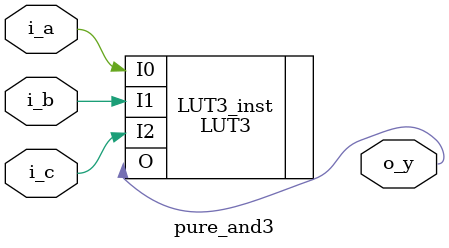
<source format=v>

`timescale 1ns/1ns

module pure_and3 #(
    parameter DOMAIN_3V0 = 0
  )(
    input  i_a,
    input  i_b,
    input  i_c,
    output o_y
  );

  LUT3 #(
    .INIT (8'b1000_0000)
  ) LUT3_inst (
    .I0 (i_a),
    .I1 (i_b),
    .I2 (i_c),
    .O  (o_y)
  ) /* synthesis syn_noprune=1 */ /*synthesis syn_preserve=1 */ ;

endmodule


</source>
